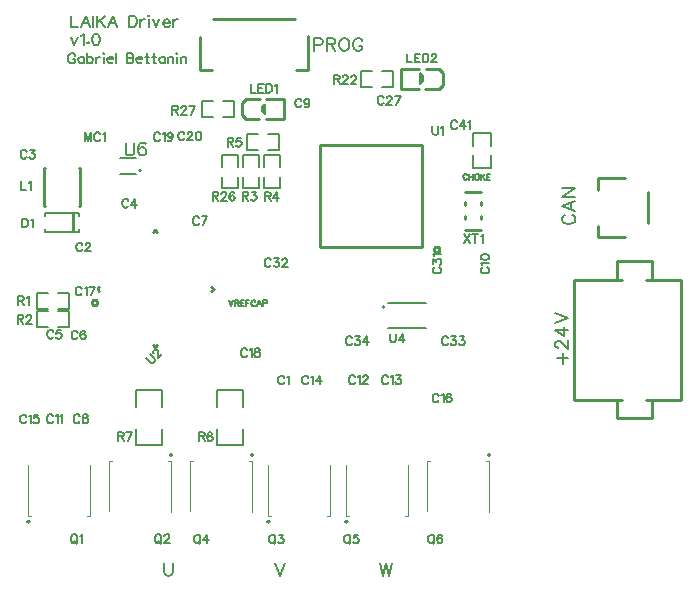
<source format=gto>
G04 Layer: TopSilkLayer*
G04 EasyEDA v6.4.17, 2021-03-02T09:49:47--3:00*
G04 75982556833f470fbfa1e054b907e15e,59636247558045d2802cba280e4ac9d9,10*
G04 Gerber Generator version 0.2*
G04 Scale: 100 percent, Rotated: No, Reflected: No *
G04 Dimensions in inches *
G04 leading zeros omitted , absolute positions ,3 integer and 6 decimal *
%FSLAX36Y36*%
%MOIN*%

%ADD10C,0.0100*%
%ADD51C,0.0079*%
%ADD52C,0.0059*%
%ADD53C,0.0047*%
%ADD54C,0.0060*%
%ADD55C,0.0051*%
%ADD56C,0.0059*%
%ADD57C,0.0080*%

%LPD*%
D57*
X-1160000Y670400D02*
G01*
X-1160000Y632200D01*
X-1160000Y632200D02*
G01*
X-1138200Y632200D01*
X-1111600Y670400D02*
G01*
X-1126200Y632200D01*
X-1111600Y670400D02*
G01*
X-1097100Y632200D01*
X-1120700Y644900D02*
G01*
X-1102500Y644900D01*
X-1085100Y670400D02*
G01*
X-1085100Y632200D01*
X-1073100Y670400D02*
G01*
X-1073100Y632200D01*
X-1047599Y670400D02*
G01*
X-1073100Y644900D01*
X-1064000Y654000D02*
G01*
X-1047599Y632200D01*
X-1021100Y670400D02*
G01*
X-1035600Y632200D01*
X-1021100Y670400D02*
G01*
X-1006500Y632200D01*
X-1030200Y644900D02*
G01*
X-1012000Y644900D01*
X-966500Y670400D02*
G01*
X-966500Y632200D01*
X-966500Y670400D02*
G01*
X-953800Y670400D01*
X-948400Y668500D01*
X-944700Y664900D01*
X-942899Y661300D01*
X-941100Y655800D01*
X-941100Y646700D01*
X-942899Y641300D01*
X-944700Y637600D01*
X-948400Y634000D01*
X-953800Y632200D01*
X-966500Y632200D01*
X-929100Y657600D02*
G01*
X-929100Y632200D01*
X-929100Y646700D02*
G01*
X-927299Y652200D01*
X-923600Y655800D01*
X-920000Y657600D01*
X-914500Y657600D01*
X-902500Y670400D02*
G01*
X-900699Y668500D01*
X-898900Y670400D01*
X-900699Y672200D01*
X-902500Y670400D01*
X-900699Y657600D02*
G01*
X-900699Y632200D01*
X-886900Y657600D02*
G01*
X-876000Y632200D01*
X-865100Y657600D02*
G01*
X-876000Y632200D01*
X-853100Y646700D02*
G01*
X-831300Y646700D01*
X-831300Y650400D01*
X-833100Y654000D01*
X-834900Y655800D01*
X-838500Y657600D01*
X-844000Y657600D01*
X-847600Y655800D01*
X-851300Y652200D01*
X-853100Y646700D01*
X-853100Y643100D01*
X-851300Y637600D01*
X-847600Y634000D01*
X-844000Y632200D01*
X-838500Y632200D01*
X-834900Y634000D01*
X-831300Y637600D01*
X-819300Y657600D02*
G01*
X-819300Y632200D01*
X-819300Y646700D02*
G01*
X-817500Y652200D01*
X-813800Y655800D01*
X-810200Y657600D01*
X-804700Y657600D01*
X-1160000Y597600D02*
G01*
X-1149100Y572200D01*
X-1138200Y597600D02*
G01*
X-1149100Y572200D01*
X-1126200Y603100D02*
G01*
X-1122500Y604900D01*
X-1117100Y610400D01*
X-1117100Y572200D01*
X-1103300Y581300D02*
G01*
X-1105100Y579500D01*
X-1103300Y577600D01*
X-1101500Y579500D01*
X-1103300Y581300D01*
X-1078500Y610400D02*
G01*
X-1084000Y608500D01*
X-1087600Y603100D01*
X-1089500Y594000D01*
X-1089500Y588500D01*
X-1087600Y579500D01*
X-1084000Y574000D01*
X-1078500Y572200D01*
X-1074900Y572200D01*
X-1069500Y574000D01*
X-1065800Y579500D01*
X-1064000Y588500D01*
X-1064000Y594000D01*
X-1065800Y603100D01*
X-1069500Y608500D01*
X-1074900Y610400D01*
X-1078500Y610400D01*
X-1146100Y537400D02*
G01*
X-1147700Y540500D01*
X-1150900Y543700D01*
X-1154100Y545300D01*
X-1160500Y545300D01*
X-1163600Y543700D01*
X-1166800Y540500D01*
X-1168400Y537400D01*
X-1170000Y532600D01*
X-1170000Y524599D01*
X-1168400Y519899D01*
X-1166800Y516700D01*
X-1163600Y513499D01*
X-1160500Y511900D01*
X-1154100Y511900D01*
X-1150900Y513499D01*
X-1147700Y516700D01*
X-1146100Y519899D01*
X-1146100Y524599D01*
X-1154100Y524599D02*
G01*
X-1146100Y524599D01*
X-1116500Y534200D02*
G01*
X-1116500Y511900D01*
X-1116500Y529400D02*
G01*
X-1119700Y532600D01*
X-1122900Y534200D01*
X-1127700Y534200D01*
X-1130900Y532600D01*
X-1134000Y529400D01*
X-1135600Y524599D01*
X-1135600Y521500D01*
X-1134000Y516700D01*
X-1130900Y513499D01*
X-1127700Y511900D01*
X-1122900Y511900D01*
X-1119700Y513499D01*
X-1116500Y516700D01*
X-1106000Y545300D02*
G01*
X-1106000Y511900D01*
X-1106000Y529400D02*
G01*
X-1102900Y532600D01*
X-1099700Y534200D01*
X-1094900Y534200D01*
X-1091700Y532600D01*
X-1088500Y529400D01*
X-1087000Y524599D01*
X-1087000Y521500D01*
X-1088500Y516700D01*
X-1091700Y513499D01*
X-1094900Y511900D01*
X-1099700Y511900D01*
X-1102900Y513499D01*
X-1106000Y516700D01*
X-1076500Y534200D02*
G01*
X-1076500Y511900D01*
X-1076500Y524599D02*
G01*
X-1074900Y529400D01*
X-1071700Y532600D01*
X-1068500Y534200D01*
X-1063700Y534200D01*
X-1053200Y545300D02*
G01*
X-1051600Y543700D01*
X-1050000Y545300D01*
X-1051600Y546900D01*
X-1053200Y545300D01*
X-1051600Y534200D02*
G01*
X-1051600Y511900D01*
X-1039500Y524599D02*
G01*
X-1020500Y524599D01*
X-1020500Y527800D01*
X-1022000Y531000D01*
X-1023600Y532600D01*
X-1026800Y534200D01*
X-1031600Y534200D01*
X-1034799Y532600D01*
X-1038000Y529400D01*
X-1039500Y524599D01*
X-1039500Y521500D01*
X-1038000Y516700D01*
X-1034799Y513499D01*
X-1031600Y511900D01*
X-1026800Y511900D01*
X-1023600Y513499D01*
X-1020500Y516700D01*
X-1010000Y545300D02*
G01*
X-1010000Y511900D01*
X-975000Y545300D02*
G01*
X-975000Y511900D01*
X-975000Y545300D02*
G01*
X-960600Y545300D01*
X-955900Y543700D01*
X-954300Y542099D01*
X-952700Y539000D01*
X-952700Y535800D01*
X-954300Y532600D01*
X-955900Y531000D01*
X-960600Y529400D01*
X-975000Y529400D02*
G01*
X-960600Y529400D01*
X-955900Y527800D01*
X-954300Y526200D01*
X-952700Y523000D01*
X-952700Y518300D01*
X-954300Y515100D01*
X-955900Y513499D01*
X-960600Y511900D01*
X-975000Y511900D01*
X-942200Y524599D02*
G01*
X-923100Y524599D01*
X-923100Y527800D01*
X-924700Y531000D01*
X-926300Y532600D01*
X-929500Y534200D01*
X-934200Y534200D01*
X-937400Y532600D01*
X-940600Y529400D01*
X-942200Y524599D01*
X-942200Y521500D01*
X-940600Y516700D01*
X-937400Y513499D01*
X-934200Y511900D01*
X-929500Y511900D01*
X-926300Y513499D01*
X-923100Y516700D01*
X-907800Y545300D02*
G01*
X-907800Y518300D01*
X-906200Y513499D01*
X-903000Y511900D01*
X-899900Y511900D01*
X-912599Y534200D02*
G01*
X-901500Y534200D01*
X-884600Y545300D02*
G01*
X-884600Y518300D01*
X-883000Y513499D01*
X-879799Y511900D01*
X-876600Y511900D01*
X-889400Y534200D02*
G01*
X-878199Y534200D01*
X-847000Y534200D02*
G01*
X-847000Y511900D01*
X-847000Y529400D02*
G01*
X-850200Y532600D01*
X-853400Y534200D01*
X-858199Y534200D01*
X-861400Y532600D01*
X-864500Y529400D01*
X-866100Y524599D01*
X-866100Y521500D01*
X-864500Y516700D01*
X-861400Y513499D01*
X-858199Y511900D01*
X-853400Y511900D01*
X-850200Y513499D01*
X-847000Y516700D01*
X-836500Y534200D02*
G01*
X-836500Y511900D01*
X-836500Y527800D02*
G01*
X-831800Y532600D01*
X-828600Y534200D01*
X-823800Y534200D01*
X-820600Y532600D01*
X-819000Y527800D01*
X-819000Y511900D01*
X-808500Y545300D02*
G01*
X-807000Y543700D01*
X-805399Y545300D01*
X-807000Y546900D01*
X-808500Y545300D01*
X-807000Y534200D02*
G01*
X-807000Y511900D01*
X-794900Y534200D02*
G01*
X-794900Y511900D01*
X-794900Y527800D02*
G01*
X-790100Y532600D01*
X-786900Y534200D01*
X-782100Y534200D01*
X-779000Y532600D01*
X-777400Y527800D01*
X-777400Y511900D01*
D54*
X488050Y6551D02*
G01*
X483949Y4451D01*
X479850Y350D01*
X477849Y-3648D01*
X477849Y-11848D01*
X479850Y-15948D01*
X483949Y-20048D01*
X488050Y-22149D01*
X494250Y-24148D01*
X504449Y-24148D01*
X510550Y-22149D01*
X514650Y-20048D01*
X518750Y-15948D01*
X520750Y-11848D01*
X520750Y-3648D01*
X518750Y350D01*
X514650Y4451D01*
X510550Y6551D01*
X477849Y36351D02*
G01*
X520750Y20050D01*
X477849Y36351D02*
G01*
X520750Y52751D01*
X506449Y26151D02*
G01*
X506449Y46650D01*
X477849Y66251D02*
G01*
X520750Y66251D01*
X477849Y66251D02*
G01*
X520750Y94851D01*
X477849Y94851D02*
G01*
X520750Y94851D01*
X161410Y138720D02*
G01*
X160409Y140520D01*
X158610Y142320D01*
X156809Y143220D01*
X153209Y143220D01*
X151410Y142320D01*
X149509Y140520D01*
X148610Y138720D01*
X147710Y135920D01*
X147710Y131420D01*
X148610Y128720D01*
X149509Y126920D01*
X151410Y125020D01*
X153209Y124119D01*
X156809Y124119D01*
X158610Y125020D01*
X160409Y126920D01*
X161410Y128720D01*
X167410Y143220D02*
G01*
X167410Y124119D01*
X180109Y143220D02*
G01*
X180109Y124119D01*
X167410Y134120D02*
G01*
X180109Y134120D01*
X191509Y143220D02*
G01*
X189710Y142320D01*
X187909Y140520D01*
X187009Y138720D01*
X186110Y135920D01*
X186110Y131420D01*
X187009Y128720D01*
X187909Y126920D01*
X189710Y125020D01*
X191509Y124119D01*
X195210Y124119D01*
X197009Y125020D01*
X198810Y126920D01*
X199710Y128720D01*
X200610Y131420D01*
X200610Y135920D01*
X199710Y138720D01*
X198810Y140520D01*
X197009Y142320D01*
X195210Y143220D01*
X191509Y143220D01*
X206610Y143220D02*
G01*
X206610Y124119D01*
X219410Y143220D02*
G01*
X206610Y130520D01*
X211209Y135020D02*
G01*
X219410Y124119D01*
X225409Y143220D02*
G01*
X225409Y124119D01*
X225409Y143220D02*
G01*
X237210Y143220D01*
X225409Y134120D02*
G01*
X232609Y134120D01*
X225409Y124119D02*
G01*
X237210Y124119D01*
X-1325290Y118419D02*
G01*
X-1325290Y89820D01*
X-1325290Y89820D02*
G01*
X-1308990Y89820D01*
X-1299990Y113020D02*
G01*
X-1297289Y114320D01*
X-1293190Y118419D01*
X-1293190Y89820D01*
X-560770Y442360D02*
G01*
X-560770Y413660D01*
X-560770Y413660D02*
G01*
X-544370Y413660D01*
X-535370Y442360D02*
G01*
X-535370Y413660D01*
X-535370Y442360D02*
G01*
X-517670Y442360D01*
X-535370Y428660D02*
G01*
X-524470Y428660D01*
X-535370Y413660D02*
G01*
X-517670Y413660D01*
X-508670Y442360D02*
G01*
X-508670Y413660D01*
X-508670Y442360D02*
G01*
X-499170Y442360D01*
X-495070Y440960D01*
X-492270Y438259D01*
X-490970Y435560D01*
X-489570Y431460D01*
X-489570Y424560D01*
X-490970Y420560D01*
X-492270Y417759D01*
X-495070Y415060D01*
X-499170Y413660D01*
X-508670Y413660D01*
X-480570Y436860D02*
G01*
X-477870Y438259D01*
X-473770Y442360D01*
X-473770Y413660D01*
X-39690Y543319D02*
G01*
X-39690Y514719D01*
X-39690Y514719D02*
G01*
X-23290Y514719D01*
X-14290Y543319D02*
G01*
X-14290Y514719D01*
X-14290Y543319D02*
G01*
X3410Y543319D01*
X-14290Y529720D02*
G01*
X-3389Y529720D01*
X-14290Y514719D02*
G01*
X3410Y514719D01*
X12409Y543319D02*
G01*
X12409Y514719D01*
X12409Y543319D02*
G01*
X21910Y543319D01*
X26009Y541919D01*
X28810Y539220D01*
X30110Y536520D01*
X31510Y532420D01*
X31510Y525620D01*
X30110Y521520D01*
X28810Y518720D01*
X26009Y516020D01*
X21910Y514719D01*
X12409Y514719D01*
X41910Y536520D02*
G01*
X41910Y537820D01*
X43209Y540620D01*
X44609Y541919D01*
X47310Y543319D01*
X52809Y543319D01*
X55510Y541919D01*
X56910Y540620D01*
X58209Y537820D01*
X58209Y535120D01*
X56910Y532420D01*
X54110Y528319D01*
X40510Y514719D01*
X59609Y514719D01*
X-350000Y595400D02*
G01*
X-350000Y552500D01*
X-350000Y595400D02*
G01*
X-331599Y595400D01*
X-325500Y593400D01*
X-323400Y591300D01*
X-321400Y587200D01*
X-321400Y581100D01*
X-323400Y577000D01*
X-325500Y575000D01*
X-331599Y572900D01*
X-350000Y572900D01*
X-307900Y595400D02*
G01*
X-307900Y552500D01*
X-307900Y595400D02*
G01*
X-289500Y595400D01*
X-283300Y593400D01*
X-281300Y591300D01*
X-279200Y587200D01*
X-279200Y583100D01*
X-281300Y579000D01*
X-283300Y577000D01*
X-289500Y575000D01*
X-307900Y575000D01*
X-293500Y575000D02*
G01*
X-279200Y552500D01*
X-253500Y595400D02*
G01*
X-257500Y593400D01*
X-261600Y589300D01*
X-263700Y585200D01*
X-265700Y579000D01*
X-265700Y568800D01*
X-263700Y562700D01*
X-261600Y558600D01*
X-257500Y554500D01*
X-253500Y552500D01*
X-245300Y552500D01*
X-241200Y554500D01*
X-237100Y558600D01*
X-235000Y562700D01*
X-233000Y568800D01*
X-233000Y579000D01*
X-235000Y585200D01*
X-237100Y589300D01*
X-241200Y593400D01*
X-245300Y595400D01*
X-253500Y595400D01*
X-188800Y585200D02*
G01*
X-190900Y589300D01*
X-195000Y593400D01*
X-199000Y595400D01*
X-207200Y595400D01*
X-211300Y593400D01*
X-215400Y589300D01*
X-217500Y585200D01*
X-219500Y579000D01*
X-219500Y568800D01*
X-217500Y562700D01*
X-215400Y558600D01*
X-211300Y554500D01*
X-207200Y552500D01*
X-199000Y552500D01*
X-195000Y554500D01*
X-190900Y558600D01*
X-188800Y562700D01*
X-188800Y568800D01*
X-199000Y568800D02*
G01*
X-188800Y568800D01*
X-1152600Y-1058900D02*
G01*
X-1155300Y-1060300D01*
X-1158100Y-1063000D01*
X-1159400Y-1065700D01*
X-1160800Y-1069800D01*
X-1160800Y-1076700D01*
X-1159400Y-1080700D01*
X-1158100Y-1083500D01*
X-1155300Y-1086200D01*
X-1152600Y-1087600D01*
X-1147200Y-1087600D01*
X-1144400Y-1086200D01*
X-1141700Y-1083500D01*
X-1140300Y-1080700D01*
X-1139000Y-1076700D01*
X-1139000Y-1069800D01*
X-1140300Y-1065700D01*
X-1141700Y-1063000D01*
X-1144400Y-1060300D01*
X-1147200Y-1058900D01*
X-1152600Y-1058900D01*
X-1148500Y-1082100D02*
G01*
X-1140300Y-1090300D01*
X-1130000Y-1064400D02*
G01*
X-1127300Y-1063000D01*
X-1123200Y-1058900D01*
X-1123200Y-1087600D01*
X-872599Y-1058900D02*
G01*
X-875300Y-1060300D01*
X-878100Y-1063000D01*
X-879400Y-1065700D01*
X-880800Y-1069800D01*
X-880800Y-1076700D01*
X-879400Y-1080700D01*
X-878100Y-1083500D01*
X-875300Y-1086200D01*
X-872599Y-1087600D01*
X-867200Y-1087600D01*
X-864400Y-1086200D01*
X-861700Y-1083500D01*
X-860300Y-1080700D01*
X-859000Y-1076700D01*
X-859000Y-1069800D01*
X-860300Y-1065700D01*
X-861700Y-1063000D01*
X-864400Y-1060300D01*
X-867200Y-1058900D01*
X-872599Y-1058900D01*
X-868500Y-1082100D02*
G01*
X-860300Y-1090300D01*
X-848600Y-1065700D02*
G01*
X-848600Y-1064400D01*
X-847300Y-1061700D01*
X-845900Y-1060300D01*
X-843199Y-1058900D01*
X-837700Y-1058900D01*
X-835000Y-1060300D01*
X-833600Y-1061700D01*
X-832300Y-1064400D01*
X-832300Y-1067100D01*
X-833600Y-1069800D01*
X-836300Y-1073900D01*
X-850000Y-1087600D01*
X-830900Y-1087600D01*
X-492200Y-1059300D02*
G01*
X-494900Y-1060700D01*
X-497699Y-1063400D01*
X-499000Y-1066100D01*
X-500400Y-1070200D01*
X-500400Y-1077100D01*
X-499000Y-1081100D01*
X-497699Y-1083900D01*
X-494900Y-1086600D01*
X-492200Y-1088000D01*
X-486800Y-1088000D01*
X-484000Y-1086600D01*
X-481300Y-1083900D01*
X-479900Y-1081100D01*
X-478600Y-1077100D01*
X-478600Y-1070200D01*
X-479900Y-1066100D01*
X-481300Y-1063400D01*
X-484000Y-1060700D01*
X-486800Y-1059300D01*
X-492200Y-1059300D01*
X-488100Y-1082500D02*
G01*
X-479900Y-1090700D01*
X-466900Y-1059300D02*
G01*
X-451900Y-1059300D01*
X-460000Y-1070200D01*
X-455900Y-1070200D01*
X-453200Y-1071600D01*
X-451900Y-1073000D01*
X-450500Y-1077100D01*
X-450500Y-1079800D01*
X-451900Y-1083900D01*
X-454600Y-1086600D01*
X-458700Y-1088000D01*
X-462800Y-1088000D01*
X-466900Y-1086600D01*
X-468200Y-1085200D01*
X-469600Y-1082500D01*
X-742200Y-1059300D02*
G01*
X-744900Y-1060700D01*
X-747700Y-1063400D01*
X-749000Y-1066100D01*
X-750399Y-1070200D01*
X-750399Y-1077100D01*
X-749000Y-1081100D01*
X-747700Y-1083900D01*
X-744900Y-1086600D01*
X-742200Y-1088000D01*
X-736800Y-1088000D01*
X-734000Y-1086600D01*
X-731300Y-1083900D01*
X-729900Y-1081100D01*
X-728600Y-1077100D01*
X-728600Y-1070200D01*
X-729900Y-1066100D01*
X-731300Y-1063400D01*
X-734000Y-1060700D01*
X-736800Y-1059300D01*
X-742200Y-1059300D01*
X-738100Y-1082500D02*
G01*
X-729900Y-1090700D01*
X-705900Y-1059300D02*
G01*
X-719600Y-1078400D01*
X-699100Y-1078400D01*
X-705900Y-1059300D02*
G01*
X-705900Y-1088000D01*
X-242200Y-1059300D02*
G01*
X-244899Y-1060700D01*
X-247700Y-1063400D01*
X-249000Y-1066100D01*
X-250400Y-1070200D01*
X-250400Y-1077100D01*
X-249000Y-1081100D01*
X-247700Y-1083900D01*
X-244899Y-1086600D01*
X-242200Y-1088000D01*
X-236800Y-1088000D01*
X-234000Y-1086600D01*
X-231300Y-1083900D01*
X-229900Y-1081100D01*
X-228600Y-1077100D01*
X-228600Y-1070200D01*
X-229900Y-1066100D01*
X-231300Y-1063400D01*
X-234000Y-1060700D01*
X-236800Y-1059300D01*
X-242200Y-1059300D01*
X-238100Y-1082500D02*
G01*
X-229900Y-1090700D01*
X-203200Y-1059300D02*
G01*
X-216899Y-1059300D01*
X-218200Y-1071600D01*
X-216899Y-1070200D01*
X-212800Y-1068900D01*
X-208699Y-1068900D01*
X-204600Y-1070200D01*
X-201899Y-1073000D01*
X-200499Y-1077100D01*
X-200499Y-1079800D01*
X-201899Y-1083900D01*
X-204600Y-1086600D01*
X-208699Y-1088000D01*
X-212800Y-1088000D01*
X-216899Y-1086600D01*
X-218200Y-1085200D01*
X-219600Y-1082500D01*
X37800Y-1059300D02*
G01*
X35099Y-1060700D01*
X32299Y-1063400D01*
X31000Y-1066100D01*
X29600Y-1070200D01*
X29600Y-1077100D01*
X31000Y-1081100D01*
X32299Y-1083900D01*
X35099Y-1086600D01*
X37800Y-1088000D01*
X43200Y-1088000D01*
X46000Y-1086600D01*
X48699Y-1083900D01*
X50099Y-1081100D01*
X51400Y-1077100D01*
X51400Y-1070200D01*
X50099Y-1066100D01*
X48699Y-1063400D01*
X46000Y-1060700D01*
X43200Y-1059300D01*
X37800Y-1059300D01*
X41899Y-1082500D02*
G01*
X50099Y-1090700D01*
X76800Y-1063400D02*
G01*
X75399Y-1060700D01*
X71300Y-1059300D01*
X68600Y-1059300D01*
X64500Y-1060700D01*
X61800Y-1064800D01*
X60399Y-1071600D01*
X60399Y-1078400D01*
X61800Y-1083900D01*
X64500Y-1086600D01*
X68600Y-1088000D01*
X70000Y-1088000D01*
X74099Y-1086600D01*
X76800Y-1083900D01*
X78100Y-1079800D01*
X78100Y-1078400D01*
X76800Y-1074300D01*
X74099Y-1071600D01*
X70000Y-1070200D01*
X68600Y-1070200D01*
X64500Y-1071600D01*
X61800Y-1074300D01*
X60399Y-1078400D01*
X-588180Y82340D02*
G01*
X-588180Y53639D01*
X-588180Y82340D02*
G01*
X-575880Y82340D01*
X-571780Y80940D01*
X-570480Y79540D01*
X-569080Y76839D01*
X-569080Y74140D01*
X-570480Y71439D01*
X-571780Y70039D01*
X-575880Y68639D01*
X-588180Y68639D01*
X-578680Y68639D02*
G01*
X-569080Y53639D01*
X-557380Y82340D02*
G01*
X-542380Y82340D01*
X-550580Y71439D01*
X-546480Y71439D01*
X-543680Y70039D01*
X-542380Y68639D01*
X-540980Y64540D01*
X-540980Y61839D01*
X-542380Y57740D01*
X-545080Y55039D01*
X-549180Y53639D01*
X-553280Y53639D01*
X-557380Y55039D01*
X-558680Y56439D01*
X-560080Y59140D01*
X-514090Y81319D02*
G01*
X-514090Y52620D01*
X-514090Y81319D02*
G01*
X-501790Y81319D01*
X-497690Y79919D01*
X-496390Y78519D01*
X-494990Y75820D01*
X-494990Y73119D01*
X-496390Y70420D01*
X-497690Y69020D01*
X-501790Y67620D01*
X-514090Y67620D01*
X-504590Y67620D02*
G01*
X-494990Y52620D01*
X-472390Y81319D02*
G01*
X-485990Y62220D01*
X-465590Y62220D01*
X-472390Y81319D02*
G01*
X-472390Y52620D01*
X-638180Y262340D02*
G01*
X-638180Y233639D01*
X-638180Y262340D02*
G01*
X-625880Y262340D01*
X-621780Y260940D01*
X-620480Y259540D01*
X-619080Y256839D01*
X-619080Y254140D01*
X-620480Y251439D01*
X-621780Y250039D01*
X-625880Y248639D01*
X-638180Y248639D01*
X-628680Y248639D02*
G01*
X-619080Y233639D01*
X-593680Y262340D02*
G01*
X-607380Y262340D01*
X-608680Y250039D01*
X-607380Y251439D01*
X-603280Y252740D01*
X-599180Y252740D01*
X-595080Y251439D01*
X-592380Y248639D01*
X-590980Y244540D01*
X-590980Y241839D01*
X-592380Y237740D01*
X-595080Y235039D01*
X-599180Y233639D01*
X-603280Y233639D01*
X-607380Y235039D01*
X-608680Y236439D01*
X-610080Y239140D01*
X-734089Y-718680D02*
G01*
X-734089Y-747380D01*
X-734089Y-718680D02*
G01*
X-721790Y-718680D01*
X-717690Y-720080D01*
X-716390Y-721480D01*
X-714990Y-724180D01*
X-714990Y-726880D01*
X-716390Y-729580D01*
X-717690Y-730980D01*
X-721790Y-732380D01*
X-734089Y-732380D01*
X-724590Y-732380D02*
G01*
X-714990Y-747380D01*
X-689590Y-722779D02*
G01*
X-690990Y-720080D01*
X-695090Y-718680D01*
X-697790Y-718680D01*
X-701889Y-720080D01*
X-704590Y-724180D01*
X-705990Y-730980D01*
X-705990Y-737779D01*
X-704590Y-743280D01*
X-701889Y-745980D01*
X-697790Y-747380D01*
X-696490Y-747380D01*
X-692390Y-745980D01*
X-689590Y-743280D01*
X-688290Y-739180D01*
X-688290Y-737779D01*
X-689590Y-733680D01*
X-692390Y-730980D01*
X-696490Y-729580D01*
X-697790Y-729580D01*
X-701889Y-730980D01*
X-704590Y-733680D01*
X-705990Y-737779D01*
X-1004089Y-718680D02*
G01*
X-1004089Y-747380D01*
X-1004089Y-718680D02*
G01*
X-991790Y-718680D01*
X-987690Y-720080D01*
X-986390Y-721480D01*
X-984990Y-724180D01*
X-984990Y-726880D01*
X-986390Y-729580D01*
X-987690Y-730980D01*
X-991790Y-732380D01*
X-1004089Y-732380D01*
X-994590Y-732380D02*
G01*
X-984990Y-747380D01*
X-956889Y-718680D02*
G01*
X-970590Y-747380D01*
X-975989Y-718680D02*
G01*
X-956889Y-718680D01*
X-284090Y471320D02*
G01*
X-284090Y442620D01*
X-284090Y471320D02*
G01*
X-271790Y471320D01*
X-267690Y469920D01*
X-266390Y468520D01*
X-264990Y465819D01*
X-264990Y463120D01*
X-266390Y460420D01*
X-267690Y459020D01*
X-271790Y457620D01*
X-284090Y457620D01*
X-274590Y457620D02*
G01*
X-264990Y442620D01*
X-254590Y464520D02*
G01*
X-254590Y465819D01*
X-253290Y468520D01*
X-251890Y469920D01*
X-249190Y471320D01*
X-243690Y471320D01*
X-240990Y469920D01*
X-239590Y468520D01*
X-238290Y465819D01*
X-238290Y463120D01*
X-239590Y460420D01*
X-242390Y456320D01*
X-255990Y442620D01*
X-236890Y442620D01*
X-226590Y464520D02*
G01*
X-226590Y465819D01*
X-225189Y468520D01*
X-223789Y469920D01*
X-221090Y471320D01*
X-215589Y471320D01*
X-212890Y469920D01*
X-211590Y468520D01*
X-210189Y465819D01*
X-210189Y463120D01*
X-211590Y460420D01*
X-214290Y456320D01*
X-227890Y442620D01*
X-208789Y442620D01*
X150210Y-58679D02*
G01*
X169210Y-87380D01*
X169210Y-58679D02*
G01*
X150210Y-87380D01*
X187810Y-58679D02*
G01*
X187810Y-87380D01*
X178209Y-58679D02*
G01*
X197309Y-58679D01*
X206310Y-64179D02*
G01*
X209110Y-62779D01*
X213209Y-58679D01*
X213209Y-87380D01*
X44099Y301599D02*
G01*
X44099Y281100D01*
X45499Y277000D01*
X48200Y274300D01*
X52299Y273000D01*
X55000Y273000D01*
X59099Y274300D01*
X61800Y277000D01*
X63200Y281100D01*
X63200Y301599D01*
X72199Y296100D02*
G01*
X74900Y297500D01*
X78999Y301599D01*
X78999Y273000D01*
X-910287Y-471167D02*
G01*
X-895861Y-485592D01*
X-891973Y-487501D01*
X-888084Y-487572D01*
X-884266Y-485592D01*
X-882356Y-483683D01*
X-880376Y-479865D01*
X-880447Y-475974D01*
X-882356Y-472086D01*
X-896781Y-457661D01*
X-884619Y-455116D02*
G01*
X-885609Y-454126D01*
X-886598Y-451297D01*
X-886598Y-449317D01*
X-885609Y-446489D01*
X-881720Y-442600D01*
X-878892Y-441610D01*
X-876912Y-441610D01*
X-874083Y-442600D01*
X-872102Y-444580D01*
X-871113Y-447408D01*
X-870193Y-452287D01*
X-870193Y-471521D01*
X-856688Y-458015D01*
X-96319Y-390340D02*
G01*
X-96319Y-410840D01*
X-94919Y-414940D01*
X-92220Y-417639D01*
X-88119Y-418940D01*
X-85420Y-418940D01*
X-81319Y-417639D01*
X-78620Y-414940D01*
X-77220Y-410840D01*
X-77220Y-390340D01*
X-54620Y-390340D02*
G01*
X-68220Y-409440D01*
X-47719Y-409440D01*
X-54620Y-390340D02*
G01*
X-54620Y-418940D01*
X-978180Y247445D02*
G01*
X-978180Y216745D01*
X-976180Y210645D01*
X-972080Y206545D01*
X-965879Y204545D01*
X-961780Y204545D01*
X-955680Y206545D01*
X-951580Y210645D01*
X-949580Y216745D01*
X-949580Y247445D01*
X-911480Y241345D02*
G01*
X-913580Y245445D01*
X-919680Y247445D01*
X-923780Y247445D01*
X-929880Y245445D01*
X-933980Y239245D01*
X-936080Y229045D01*
X-936080Y218845D01*
X-933980Y210645D01*
X-929880Y206545D01*
X-923780Y204545D01*
X-921680Y204545D01*
X-915579Y206545D01*
X-911480Y210645D01*
X-909480Y216745D01*
X-909480Y218845D01*
X-911480Y224945D01*
X-915579Y229045D01*
X-921680Y231045D01*
X-923780Y231045D01*
X-929880Y229045D01*
X-933980Y224945D01*
X-936080Y218845D01*
X-850000Y-1154600D02*
G01*
X-850000Y-1185300D01*
X-848000Y-1191400D01*
X-843900Y-1195500D01*
X-837700Y-1197500D01*
X-833600Y-1197500D01*
X-827500Y-1195500D01*
X-823400Y-1191400D01*
X-821400Y-1185300D01*
X-821400Y-1154600D01*
X-480000Y-1154600D02*
G01*
X-463600Y-1197500D01*
X-447300Y-1154600D02*
G01*
X-463600Y-1197500D01*
X-130000Y-1154600D02*
G01*
X-119799Y-1197500D01*
X-109500Y-1154600D02*
G01*
X-119799Y-1197500D01*
X-109500Y-1154600D02*
G01*
X-99300Y-1197500D01*
X-89099Y-1154600D02*
G01*
X-99300Y-1197500D01*
X-449500Y-536500D02*
G01*
X-450900Y-533800D01*
X-453600Y-531100D01*
X-456400Y-529700D01*
X-461800Y-529700D01*
X-464500Y-531100D01*
X-467300Y-533800D01*
X-468600Y-536500D01*
X-470000Y-540600D01*
X-470000Y-547500D01*
X-468600Y-551500D01*
X-467300Y-554300D01*
X-464500Y-557000D01*
X-461800Y-558400D01*
X-456400Y-558400D01*
X-453600Y-557000D01*
X-450900Y-554300D01*
X-449500Y-551500D01*
X-440500Y-535200D02*
G01*
X-437800Y-533800D01*
X-433700Y-529700D01*
X-433700Y-558400D01*
X-1121770Y-93440D02*
G01*
X-1123170Y-90740D01*
X-1125870Y-88039D01*
X-1128670Y-86640D01*
X-1134070Y-86640D01*
X-1136770Y-88039D01*
X-1139570Y-90740D01*
X-1140870Y-93440D01*
X-1142270Y-97540D01*
X-1142270Y-104439D01*
X-1140870Y-108440D01*
X-1139570Y-111240D01*
X-1136770Y-113940D01*
X-1134070Y-115340D01*
X-1128670Y-115340D01*
X-1125870Y-113940D01*
X-1123170Y-111240D01*
X-1121770Y-108440D01*
X-1111470Y-93440D02*
G01*
X-1111470Y-92139D01*
X-1110070Y-89439D01*
X-1108770Y-88039D01*
X-1105970Y-86640D01*
X-1100570Y-86640D01*
X-1097770Y-88039D01*
X-1096470Y-89439D01*
X-1095070Y-92139D01*
X-1095070Y-94840D01*
X-1096470Y-97540D01*
X-1099170Y-101640D01*
X-1112770Y-115340D01*
X-1093770Y-115340D01*
X-1307690Y215520D02*
G01*
X-1309090Y218220D01*
X-1311790Y220920D01*
X-1314590Y222320D01*
X-1319990Y222320D01*
X-1322690Y220920D01*
X-1325490Y218220D01*
X-1326790Y215520D01*
X-1328190Y211420D01*
X-1328190Y204620D01*
X-1326790Y200520D01*
X-1325490Y197719D01*
X-1322690Y195020D01*
X-1319990Y193720D01*
X-1314590Y193720D01*
X-1311790Y195020D01*
X-1309090Y197719D01*
X-1307690Y200520D01*
X-1295990Y222320D02*
G01*
X-1280990Y222320D01*
X-1289189Y211420D01*
X-1285090Y211420D01*
X-1282390Y210020D01*
X-1280990Y208720D01*
X-1279590Y204620D01*
X-1279590Y201820D01*
X-1280990Y197719D01*
X-1283690Y195020D01*
X-1287790Y193720D01*
X-1291890Y193720D01*
X-1295990Y195020D01*
X-1297390Y196420D01*
X-1298690Y199120D01*
X-968390Y52419D02*
G01*
X-969790Y55120D01*
X-972490Y57819D01*
X-975190Y59219D01*
X-980690Y59219D01*
X-983390Y57819D01*
X-986090Y55120D01*
X-987490Y52419D01*
X-988789Y48320D01*
X-988789Y41419D01*
X-987490Y37420D01*
X-986090Y34620D01*
X-983390Y31920D01*
X-980690Y30519D01*
X-975190Y30519D01*
X-972490Y31920D01*
X-969790Y34620D01*
X-968390Y37420D01*
X-945790Y59219D02*
G01*
X-959389Y40120D01*
X-938890Y40120D01*
X-945790Y59219D02*
G01*
X-945790Y30519D01*
X-1218893Y-384252D02*
G01*
X-1220293Y-381552D01*
X-1222993Y-378852D01*
X-1225793Y-377451D01*
X-1231193Y-377451D01*
X-1233893Y-378853D01*
X-1236693Y-381552D01*
X-1237993Y-384252D01*
X-1239393Y-388352D01*
X-1239393Y-395252D01*
X-1237993Y-399253D01*
X-1236693Y-402052D01*
X-1233893Y-404753D01*
X-1231193Y-406152D01*
X-1225793Y-406152D01*
X-1222993Y-404752D01*
X-1220293Y-402052D01*
X-1218893Y-399252D01*
X-1193593Y-377451D02*
G01*
X-1207193Y-377453D01*
X-1208593Y-389752D01*
X-1207193Y-388352D01*
X-1203093Y-387052D01*
X-1198993Y-387052D01*
X-1194894Y-388352D01*
X-1192194Y-391152D01*
X-1190893Y-395252D01*
X-1190893Y-397952D01*
X-1192193Y-402052D01*
X-1194893Y-404752D01*
X-1198993Y-406153D01*
X-1203093Y-406153D01*
X-1207193Y-404753D01*
X-1208593Y-403353D01*
X-1209893Y-400652D01*
X-1137628Y-386577D02*
G01*
X-1139028Y-383877D01*
X-1141728Y-381177D01*
X-1144528Y-379777D01*
X-1149928Y-379777D01*
X-1152628Y-381178D01*
X-1155428Y-383877D01*
X-1156728Y-386577D01*
X-1158128Y-390677D01*
X-1158128Y-397577D01*
X-1156728Y-401578D01*
X-1155428Y-404377D01*
X-1152628Y-407078D01*
X-1149928Y-408477D01*
X-1144528Y-408477D01*
X-1141728Y-407077D01*
X-1139028Y-404377D01*
X-1137628Y-401577D01*
X-1112328Y-383877D02*
G01*
X-1113628Y-381177D01*
X-1117728Y-379778D01*
X-1120528Y-379777D01*
X-1124628Y-381178D01*
X-1127328Y-385276D01*
X-1128628Y-392077D01*
X-1128628Y-398877D01*
X-1127329Y-404377D01*
X-1124628Y-407078D01*
X-1120528Y-408477D01*
X-1119128Y-408477D01*
X-1115028Y-407077D01*
X-1112328Y-404377D01*
X-1110928Y-400276D01*
X-1110928Y-398877D01*
X-1112328Y-394777D01*
X-1115029Y-392077D01*
X-1119128Y-390677D01*
X-1120528Y-390677D01*
X-1124628Y-392077D01*
X-1127328Y-394777D01*
X-1128628Y-398877D01*
X-733590Y-5479D02*
G01*
X-734990Y-2779D01*
X-737690Y-79D01*
X-740490Y1320D01*
X-745890Y1320D01*
X-748590Y-79D01*
X-751390Y-2779D01*
X-752690Y-5479D01*
X-754089Y-9579D01*
X-754089Y-16479D01*
X-752690Y-20479D01*
X-751390Y-23279D01*
X-748590Y-25979D01*
X-745890Y-27379D01*
X-740490Y-27379D01*
X-737690Y-25979D01*
X-734990Y-23279D01*
X-733590Y-20479D01*
X-705590Y1320D02*
G01*
X-719190Y-27379D01*
X-724590Y1320D02*
G01*
X-705590Y1320D01*
X-1130700Y-665300D02*
G01*
X-1132100Y-662599D01*
X-1134800Y-659900D01*
X-1137600Y-658500D01*
X-1143000Y-658500D01*
X-1145700Y-659900D01*
X-1148500Y-662599D01*
X-1149800Y-665300D01*
X-1151200Y-669400D01*
X-1151200Y-676300D01*
X-1149800Y-680300D01*
X-1148500Y-683100D01*
X-1145700Y-685800D01*
X-1143000Y-687200D01*
X-1137600Y-687200D01*
X-1134800Y-685800D01*
X-1132100Y-683100D01*
X-1130700Y-680300D01*
X-1114900Y-658500D02*
G01*
X-1119000Y-659900D01*
X-1120400Y-662599D01*
X-1120400Y-665300D01*
X-1119000Y-668100D01*
X-1116300Y-669400D01*
X-1110800Y-670800D01*
X-1106700Y-672200D01*
X-1104000Y-674900D01*
X-1102700Y-677599D01*
X-1102700Y-681700D01*
X-1104000Y-684400D01*
X-1105400Y-685800D01*
X-1109500Y-687200D01*
X-1114900Y-687200D01*
X-1119000Y-685800D01*
X-1120400Y-684400D01*
X-1121700Y-681700D01*
X-1121700Y-677599D01*
X-1120400Y-674900D01*
X-1117700Y-672200D01*
X-1113600Y-670800D01*
X-1108100Y-669400D01*
X-1105400Y-668100D01*
X-1104000Y-665300D01*
X-1104000Y-662599D01*
X-1105400Y-659900D01*
X-1109500Y-658500D01*
X-1114900Y-658500D01*
X-391780Y386539D02*
G01*
X-393180Y389240D01*
X-395880Y391940D01*
X-398680Y393340D01*
X-404080Y393340D01*
X-406780Y391940D01*
X-409580Y389240D01*
X-410880Y386539D01*
X-412280Y382440D01*
X-412280Y375639D01*
X-410880Y371539D01*
X-409580Y368740D01*
X-406780Y366040D01*
X-404080Y364739D01*
X-398680Y364739D01*
X-395880Y366040D01*
X-393180Y368740D01*
X-391780Y371539D01*
X-365079Y383739D02*
G01*
X-366479Y379740D01*
X-369180Y376940D01*
X-373280Y375639D01*
X-374680Y375639D01*
X-378679Y376940D01*
X-381479Y379740D01*
X-382780Y383739D01*
X-382780Y385139D01*
X-381479Y389240D01*
X-378679Y391940D01*
X-374680Y393340D01*
X-373280Y393340D01*
X-369180Y391940D01*
X-366479Y389240D01*
X-365079Y383739D01*
X-365079Y376940D01*
X-366479Y370139D01*
X-369180Y366040D01*
X-373280Y364739D01*
X-375980Y364739D01*
X-380079Y366040D01*
X-381479Y368740D01*
X212410Y-168480D02*
G01*
X209710Y-169880D01*
X207009Y-172580D01*
X205610Y-175380D01*
X205610Y-180780D01*
X207009Y-183480D01*
X209710Y-186280D01*
X212410Y-187580D01*
X216509Y-188980D01*
X223409Y-188980D01*
X227410Y-187580D01*
X230210Y-186280D01*
X232909Y-183480D01*
X234309Y-180780D01*
X234309Y-175380D01*
X232909Y-172580D01*
X230210Y-169880D01*
X227410Y-168480D01*
X211110Y-159480D02*
G01*
X209710Y-156780D01*
X205610Y-152680D01*
X234309Y-152680D01*
X205610Y-135480D02*
G01*
X207009Y-139580D01*
X211110Y-142380D01*
X217909Y-143680D01*
X222009Y-143680D01*
X228810Y-142380D01*
X232909Y-139580D01*
X234309Y-135480D01*
X234309Y-132780D01*
X232909Y-128680D01*
X228810Y-125980D01*
X222009Y-124580D01*
X217909Y-124580D01*
X211110Y-125980D01*
X207009Y-128680D01*
X205610Y-132780D01*
X205610Y-135480D01*
X-1220300Y-665699D02*
G01*
X-1221700Y-663000D01*
X-1224400Y-660300D01*
X-1227200Y-658900D01*
X-1232600Y-658900D01*
X-1235300Y-660300D01*
X-1238100Y-663000D01*
X-1239400Y-665699D01*
X-1240800Y-669799D01*
X-1240800Y-676700D01*
X-1239400Y-680699D01*
X-1238100Y-683500D01*
X-1235300Y-686200D01*
X-1232600Y-687599D01*
X-1227200Y-687599D01*
X-1224400Y-686200D01*
X-1221700Y-683500D01*
X-1220300Y-680699D01*
X-1211300Y-664400D02*
G01*
X-1208600Y-663000D01*
X-1204500Y-658900D01*
X-1204500Y-687599D01*
X-1195500Y-664400D02*
G01*
X-1192800Y-663000D01*
X-1188700Y-658900D01*
X-1188700Y-687599D01*
X-213590Y-535480D02*
G01*
X-214990Y-532780D01*
X-217689Y-530080D01*
X-220490Y-528680D01*
X-225890Y-528680D01*
X-228590Y-530080D01*
X-231390Y-532780D01*
X-232689Y-535480D01*
X-234090Y-539580D01*
X-234090Y-546480D01*
X-232689Y-550480D01*
X-231390Y-553280D01*
X-228590Y-555980D01*
X-225890Y-557380D01*
X-220490Y-557380D01*
X-217689Y-555980D01*
X-214990Y-553280D01*
X-213590Y-550480D01*
X-204590Y-534180D02*
G01*
X-201890Y-532780D01*
X-197790Y-528680D01*
X-197790Y-557380D01*
X-187490Y-535480D02*
G01*
X-187490Y-534180D01*
X-186090Y-531480D01*
X-184690Y-530080D01*
X-181989Y-528680D01*
X-176590Y-528680D01*
X-173789Y-530080D01*
X-172490Y-531480D01*
X-171090Y-534180D01*
X-171090Y-536880D01*
X-172490Y-539580D01*
X-175189Y-543680D01*
X-188789Y-557380D01*
X-169690Y-557380D01*
X-103590Y-535480D02*
G01*
X-104990Y-532780D01*
X-107689Y-530080D01*
X-110490Y-528680D01*
X-115889Y-528680D01*
X-118590Y-530080D01*
X-121390Y-532780D01*
X-122689Y-535480D01*
X-124089Y-539580D01*
X-124089Y-546480D01*
X-122689Y-550480D01*
X-121390Y-553280D01*
X-118590Y-555980D01*
X-115889Y-557380D01*
X-110490Y-557380D01*
X-107689Y-555980D01*
X-104990Y-553280D01*
X-103590Y-550480D01*
X-94590Y-534180D02*
G01*
X-91890Y-532780D01*
X-87790Y-528680D01*
X-87790Y-557380D01*
X-76090Y-528680D02*
G01*
X-61090Y-528680D01*
X-69290Y-539580D01*
X-65189Y-539580D01*
X-62490Y-540980D01*
X-61090Y-542380D01*
X-59690Y-546480D01*
X-59690Y-549180D01*
X-61090Y-553280D01*
X-63789Y-555980D01*
X-67890Y-557380D01*
X-71989Y-557380D01*
X-76090Y-555980D01*
X-77490Y-554580D01*
X-78789Y-551880D01*
X-369500Y-536500D02*
G01*
X-370900Y-533800D01*
X-373600Y-531100D01*
X-376400Y-529700D01*
X-381800Y-529700D01*
X-384500Y-531100D01*
X-387300Y-533800D01*
X-388600Y-536500D01*
X-390000Y-540600D01*
X-390000Y-547500D01*
X-388600Y-551500D01*
X-387300Y-554300D01*
X-384500Y-557000D01*
X-381800Y-558400D01*
X-376400Y-558400D01*
X-373600Y-557000D01*
X-370900Y-554300D01*
X-369500Y-551500D01*
X-360500Y-535200D02*
G01*
X-357800Y-533800D01*
X-353700Y-529700D01*
X-353700Y-558400D01*
X-331100Y-529700D02*
G01*
X-344700Y-548800D01*
X-324300Y-548800D01*
X-331100Y-529700D02*
G01*
X-331100Y-558400D01*
X-1309900Y-666100D02*
G01*
X-1311300Y-663400D01*
X-1314000Y-660699D01*
X-1316800Y-659300D01*
X-1322200Y-659300D01*
X-1324900Y-660699D01*
X-1327699Y-663400D01*
X-1329000Y-666100D01*
X-1330400Y-670200D01*
X-1330400Y-677100D01*
X-1329000Y-681100D01*
X-1327699Y-683900D01*
X-1324900Y-686600D01*
X-1322200Y-688000D01*
X-1316800Y-688000D01*
X-1314000Y-686600D01*
X-1311300Y-683900D01*
X-1309900Y-681100D01*
X-1300900Y-664799D02*
G01*
X-1298200Y-663400D01*
X-1294100Y-659300D01*
X-1294100Y-688000D01*
X-1268800Y-659300D02*
G01*
X-1282400Y-659300D01*
X-1283800Y-671600D01*
X-1282400Y-670200D01*
X-1278300Y-668900D01*
X-1274200Y-668900D01*
X-1270100Y-670200D01*
X-1267400Y-673000D01*
X-1266000Y-677100D01*
X-1266000Y-679799D01*
X-1267400Y-683900D01*
X-1270100Y-686600D01*
X-1274200Y-688000D01*
X-1278300Y-688000D01*
X-1282400Y-686600D01*
X-1283800Y-685200D01*
X-1285100Y-682500D01*
X65940Y-596794D02*
G01*
X64540Y-594094D01*
X61839Y-591394D01*
X59040Y-589994D01*
X53639Y-589994D01*
X50940Y-591394D01*
X48140Y-594094D01*
X46839Y-596794D01*
X45439Y-600894D01*
X45439Y-607794D01*
X46839Y-611794D01*
X48140Y-614594D01*
X50940Y-617294D01*
X53639Y-618694D01*
X59040Y-618694D01*
X61839Y-617294D01*
X64540Y-614594D01*
X65940Y-611794D01*
X74940Y-595494D02*
G01*
X77640Y-594094D01*
X81740Y-589994D01*
X81740Y-618694D01*
X107039Y-594094D02*
G01*
X105739Y-591394D01*
X101640Y-589994D01*
X98940Y-589994D01*
X94839Y-591394D01*
X92039Y-595494D01*
X90739Y-602294D01*
X90739Y-609094D01*
X92039Y-614594D01*
X94839Y-617294D01*
X98940Y-618694D01*
X100240Y-618694D01*
X104339Y-617294D01*
X107039Y-614594D01*
X108439Y-610494D01*
X108439Y-609094D01*
X107039Y-604994D01*
X104339Y-602294D01*
X100240Y-600894D01*
X98940Y-600894D01*
X94839Y-602294D01*
X92039Y-604994D01*
X90739Y-609094D01*
X-1124040Y-240380D02*
G01*
X-1125440Y-237680D01*
X-1128140Y-234980D01*
X-1130940Y-233580D01*
X-1136340Y-233580D01*
X-1139040Y-234980D01*
X-1141840Y-237680D01*
X-1143140Y-240380D01*
X-1144540Y-244480D01*
X-1144540Y-251379D01*
X-1143140Y-255380D01*
X-1141840Y-258180D01*
X-1139040Y-260880D01*
X-1136340Y-262280D01*
X-1130940Y-262280D01*
X-1128140Y-260880D01*
X-1125440Y-258180D01*
X-1124040Y-255380D01*
X-1115040Y-239080D02*
G01*
X-1112340Y-237680D01*
X-1108240Y-233580D01*
X-1108240Y-262280D01*
X-1080140Y-233580D02*
G01*
X-1093840Y-262280D01*
X-1099240Y-233580D02*
G01*
X-1080140Y-233580D01*
X-573590Y-445480D02*
G01*
X-574990Y-442780D01*
X-577690Y-440079D01*
X-580490Y-438679D01*
X-585890Y-438679D01*
X-588590Y-440079D01*
X-591390Y-442780D01*
X-592690Y-445480D01*
X-594090Y-449580D01*
X-594090Y-456479D01*
X-592690Y-460480D01*
X-591390Y-463280D01*
X-588590Y-465980D01*
X-585890Y-467380D01*
X-580490Y-467380D01*
X-577690Y-465980D01*
X-574990Y-463280D01*
X-573590Y-460480D01*
X-564590Y-444180D02*
G01*
X-561890Y-442780D01*
X-557790Y-438679D01*
X-557790Y-467380D01*
X-541990Y-438679D02*
G01*
X-546090Y-440079D01*
X-547490Y-442780D01*
X-547490Y-445480D01*
X-546090Y-448280D01*
X-543390Y-449580D01*
X-537890Y-450980D01*
X-533790Y-452380D01*
X-531090Y-455079D01*
X-529690Y-457780D01*
X-529690Y-461880D01*
X-531090Y-464580D01*
X-532490Y-465980D01*
X-536590Y-467380D01*
X-541990Y-467380D01*
X-546090Y-465980D01*
X-547490Y-464580D01*
X-548790Y-461880D01*
X-548790Y-457780D01*
X-547490Y-455079D01*
X-544690Y-452380D01*
X-540590Y-450980D01*
X-535190Y-449580D01*
X-532490Y-448280D01*
X-531090Y-445480D01*
X-531090Y-442780D01*
X-532490Y-440079D01*
X-536590Y-438679D01*
X-541990Y-438679D01*
X-863590Y274520D02*
G01*
X-864990Y277220D01*
X-867690Y279920D01*
X-870490Y281320D01*
X-875890Y281320D01*
X-878590Y279920D01*
X-881390Y277220D01*
X-882690Y274520D01*
X-884089Y270420D01*
X-884089Y263519D01*
X-882690Y259519D01*
X-881390Y256719D01*
X-878590Y254020D01*
X-875890Y252620D01*
X-870490Y252620D01*
X-867690Y254020D01*
X-864990Y256719D01*
X-863590Y259519D01*
X-854590Y275820D02*
G01*
X-851889Y277220D01*
X-847790Y281320D01*
X-847790Y252620D01*
X-821090Y271719D02*
G01*
X-822490Y267620D01*
X-825190Y264920D01*
X-829290Y263519D01*
X-830590Y263519D01*
X-834689Y264920D01*
X-837490Y267620D01*
X-838790Y271719D01*
X-838790Y273120D01*
X-837490Y277220D01*
X-834689Y279920D01*
X-830590Y281320D01*
X-829290Y281320D01*
X-825190Y279920D01*
X-822490Y277220D01*
X-821090Y271719D01*
X-821090Y264920D01*
X-822490Y258119D01*
X-825190Y254020D01*
X-829290Y252620D01*
X-831990Y252620D01*
X-836090Y254020D01*
X-837490Y256719D01*
X-781769Y276560D02*
G01*
X-783170Y279260D01*
X-785870Y281960D01*
X-788670Y283360D01*
X-794070Y283360D01*
X-796769Y281960D01*
X-799569Y279260D01*
X-800870Y276560D01*
X-802270Y272460D01*
X-802270Y265560D01*
X-800870Y261560D01*
X-799569Y258759D01*
X-796769Y256060D01*
X-794070Y254660D01*
X-788670Y254660D01*
X-785870Y256060D01*
X-783170Y258759D01*
X-781769Y261560D01*
X-771469Y276560D02*
G01*
X-771469Y277860D01*
X-770070Y280560D01*
X-768770Y281960D01*
X-765970Y283360D01*
X-760570Y283360D01*
X-757770Y281960D01*
X-756469Y280560D01*
X-755070Y277860D01*
X-755070Y275160D01*
X-756469Y272460D01*
X-759170Y268360D01*
X-772770Y254660D01*
X-753770Y254660D01*
X-736570Y283360D02*
G01*
X-740670Y281960D01*
X-743370Y277860D01*
X-744770Y271060D01*
X-744770Y266960D01*
X-743370Y260159D01*
X-740670Y256060D01*
X-736570Y254660D01*
X-733770Y254660D01*
X-729770Y256060D01*
X-726970Y260159D01*
X-725670Y266960D01*
X-725670Y271060D01*
X-726970Y277860D01*
X-729770Y281960D01*
X-733770Y283360D01*
X-736570Y283360D01*
X-117689Y395520D02*
G01*
X-119089Y398220D01*
X-121790Y400920D01*
X-124590Y402320D01*
X-129990Y402320D01*
X-132689Y400920D01*
X-135490Y398220D01*
X-136790Y395520D01*
X-138190Y391419D01*
X-138190Y384620D01*
X-136790Y380520D01*
X-135490Y377720D01*
X-132689Y375019D01*
X-129990Y373720D01*
X-124590Y373720D01*
X-121790Y375019D01*
X-119089Y377720D01*
X-117689Y380520D01*
X-107389Y395520D02*
G01*
X-107389Y396820D01*
X-105989Y399620D01*
X-104590Y400920D01*
X-101890Y402320D01*
X-96490Y402320D01*
X-93690Y400920D01*
X-92389Y399620D01*
X-90989Y396820D01*
X-90989Y394120D01*
X-92389Y391419D01*
X-95090Y387320D01*
X-108690Y373720D01*
X-89590Y373720D01*
X-61589Y402320D02*
G01*
X-75189Y373720D01*
X-80589Y402320D02*
G01*
X-61589Y402320D01*
X52410Y-168480D02*
G01*
X49709Y-169880D01*
X47010Y-172580D01*
X45610Y-175380D01*
X45610Y-180780D01*
X47010Y-183480D01*
X49709Y-186280D01*
X52410Y-187580D01*
X56510Y-188980D01*
X63410Y-188980D01*
X67410Y-187580D01*
X70210Y-186280D01*
X72909Y-183480D01*
X74309Y-180780D01*
X74309Y-175380D01*
X72909Y-172580D01*
X70210Y-169880D01*
X67410Y-168480D01*
X45610Y-156780D02*
G01*
X45610Y-141780D01*
X56510Y-149980D01*
X56510Y-145880D01*
X57909Y-143180D01*
X59309Y-141780D01*
X63410Y-140480D01*
X66109Y-140480D01*
X70210Y-141780D01*
X72909Y-144480D01*
X74309Y-148580D01*
X74309Y-152680D01*
X72909Y-156780D01*
X71510Y-158180D01*
X68810Y-159480D01*
X51109Y-131480D02*
G01*
X49709Y-128680D01*
X45610Y-124580D01*
X74309Y-124580D01*
X-493990Y-145080D02*
G01*
X-495390Y-142380D01*
X-498090Y-139680D01*
X-500890Y-138280D01*
X-506290Y-138280D01*
X-508990Y-139680D01*
X-511790Y-142380D01*
X-513090Y-145080D01*
X-514490Y-149180D01*
X-514490Y-156080D01*
X-513090Y-160080D01*
X-511790Y-162880D01*
X-508990Y-165580D01*
X-506290Y-166980D01*
X-500890Y-166980D01*
X-498090Y-165580D01*
X-495390Y-162880D01*
X-493990Y-160080D01*
X-482290Y-138280D02*
G01*
X-467290Y-138280D01*
X-475490Y-149180D01*
X-471390Y-149180D01*
X-468690Y-150580D01*
X-467290Y-151980D01*
X-465990Y-156080D01*
X-465990Y-158780D01*
X-467290Y-162880D01*
X-469990Y-165580D01*
X-474090Y-166980D01*
X-478190Y-166980D01*
X-482290Y-165580D01*
X-483690Y-164180D01*
X-484990Y-161480D01*
X-455590Y-145080D02*
G01*
X-455590Y-143780D01*
X-454189Y-141080D01*
X-452890Y-139680D01*
X-450090Y-138280D01*
X-444690Y-138280D01*
X-441990Y-139680D01*
X-440590Y-141080D01*
X-439189Y-143780D01*
X-439189Y-146480D01*
X-440590Y-149180D01*
X-443290Y-153280D01*
X-456990Y-166980D01*
X-437890Y-166980D01*
X96410Y-405480D02*
G01*
X95010Y-402780D01*
X92309Y-400079D01*
X89510Y-398680D01*
X84110Y-398680D01*
X81409Y-400079D01*
X78609Y-402780D01*
X77310Y-405480D01*
X75910Y-409580D01*
X75910Y-416479D01*
X77310Y-420480D01*
X78609Y-423280D01*
X81409Y-425980D01*
X84110Y-427380D01*
X89510Y-427380D01*
X92309Y-425980D01*
X95010Y-423280D01*
X96410Y-420480D01*
X108110Y-398680D02*
G01*
X123110Y-398680D01*
X114910Y-409580D01*
X119009Y-409580D01*
X121710Y-410980D01*
X123110Y-412380D01*
X124410Y-416479D01*
X124410Y-419180D01*
X123110Y-423280D01*
X120409Y-425980D01*
X116310Y-427380D01*
X112210Y-427380D01*
X108110Y-425980D01*
X106710Y-424580D01*
X105409Y-421880D01*
X136209Y-398680D02*
G01*
X151209Y-398680D01*
X143010Y-409580D01*
X147109Y-409580D01*
X149809Y-410980D01*
X151209Y-412380D01*
X152510Y-416479D01*
X152510Y-419180D01*
X151209Y-423280D01*
X148409Y-425980D01*
X144410Y-427380D01*
X140310Y-427380D01*
X136209Y-425980D01*
X134809Y-424580D01*
X133409Y-421880D01*
X-223590Y-405480D02*
G01*
X-224990Y-402780D01*
X-227689Y-400079D01*
X-230490Y-398680D01*
X-235890Y-398680D01*
X-238590Y-400079D01*
X-241390Y-402780D01*
X-242689Y-405480D01*
X-244090Y-409580D01*
X-244090Y-416479D01*
X-242689Y-420480D01*
X-241390Y-423280D01*
X-238590Y-425980D01*
X-235890Y-427380D01*
X-230490Y-427380D01*
X-227689Y-425980D01*
X-224990Y-423280D01*
X-223590Y-420480D01*
X-211890Y-398680D02*
G01*
X-196890Y-398680D01*
X-205090Y-409580D01*
X-200989Y-409580D01*
X-198290Y-410980D01*
X-196890Y-412380D01*
X-195589Y-416479D01*
X-195589Y-419180D01*
X-196890Y-423280D01*
X-199590Y-425980D01*
X-203690Y-427380D01*
X-207790Y-427380D01*
X-211890Y-425980D01*
X-213290Y-424580D01*
X-214590Y-421880D01*
X-172890Y-398680D02*
G01*
X-186590Y-417780D01*
X-166090Y-417780D01*
X-172890Y-398680D02*
G01*
X-172890Y-427380D01*
X126410Y314520D02*
G01*
X125010Y317220D01*
X122309Y319920D01*
X119509Y321320D01*
X114110Y321320D01*
X111410Y319920D01*
X108610Y317220D01*
X107309Y314520D01*
X105909Y310420D01*
X105909Y303519D01*
X107309Y299520D01*
X108610Y296719D01*
X111410Y294020D01*
X114110Y292620D01*
X119509Y292620D01*
X122309Y294020D01*
X125010Y296719D01*
X126410Y299520D01*
X149009Y321320D02*
G01*
X135409Y302220D01*
X155810Y302220D01*
X149009Y321320D02*
G01*
X149009Y292620D01*
X164809Y315820D02*
G01*
X167510Y317220D01*
X171610Y321320D01*
X171610Y292620D01*
X-1322270Y-6640D02*
G01*
X-1322270Y-35339D01*
X-1322270Y-6640D02*
G01*
X-1312769Y-6640D01*
X-1308670Y-8039D01*
X-1305870Y-10740D01*
X-1304570Y-13440D01*
X-1303170Y-17540D01*
X-1303170Y-24439D01*
X-1304570Y-28440D01*
X-1305870Y-31239D01*
X-1308670Y-33939D01*
X-1312769Y-35339D01*
X-1322270Y-35339D01*
X-1294170Y-12139D02*
G01*
X-1291470Y-10740D01*
X-1287370Y-6640D01*
X-1287370Y-35339D01*
X-1114100Y281300D02*
G01*
X-1114100Y252700D01*
X-1114100Y281300D02*
G01*
X-1103200Y252700D01*
X-1092300Y281300D02*
G01*
X-1103200Y252700D01*
X-1092300Y281300D02*
G01*
X-1092300Y252700D01*
X-1062800Y274500D02*
G01*
X-1064200Y277200D01*
X-1066900Y279900D01*
X-1069600Y281300D01*
X-1075100Y281300D01*
X-1077800Y279900D01*
X-1080500Y277200D01*
X-1081900Y274500D01*
X-1083300Y270400D01*
X-1083300Y263600D01*
X-1081900Y259500D01*
X-1080500Y256700D01*
X-1077800Y254000D01*
X-1075100Y252700D01*
X-1069600Y252700D01*
X-1066900Y254000D01*
X-1064200Y256700D01*
X-1062800Y259500D01*
X-1053800Y275800D02*
G01*
X-1051100Y277200D01*
X-1047000Y281300D01*
X-1047000Y252700D01*
X-1336390Y-265680D02*
G01*
X-1336390Y-294280D01*
X-1336390Y-265680D02*
G01*
X-1324090Y-265680D01*
X-1319990Y-266980D01*
X-1318589Y-268380D01*
X-1317289Y-271080D01*
X-1317289Y-273780D01*
X-1318589Y-276580D01*
X-1319990Y-277880D01*
X-1324090Y-279280D01*
X-1336390Y-279280D01*
X-1326790Y-279280D02*
G01*
X-1317289Y-294280D01*
X-1308290Y-271080D02*
G01*
X-1305590Y-269780D01*
X-1301490Y-265680D01*
X-1301490Y-294280D01*
X-1338190Y-327680D02*
G01*
X-1338190Y-356280D01*
X-1338190Y-327680D02*
G01*
X-1325890Y-327680D01*
X-1321790Y-329080D01*
X-1320490Y-330379D01*
X-1319090Y-333180D01*
X-1319090Y-335880D01*
X-1320490Y-338579D01*
X-1321790Y-339980D01*
X-1325890Y-341280D01*
X-1338190Y-341280D01*
X-1328589Y-341280D02*
G01*
X-1319090Y-356280D01*
X-1308690Y-334480D02*
G01*
X-1308690Y-333180D01*
X-1307390Y-330379D01*
X-1305990Y-329080D01*
X-1303290Y-327680D01*
X-1297790Y-327680D01*
X-1295090Y-329080D01*
X-1293690Y-330379D01*
X-1292390Y-333180D01*
X-1292390Y-335880D01*
X-1293690Y-338579D01*
X-1296490Y-342680D01*
X-1310090Y-356280D01*
X-1290990Y-356280D01*
X-688180Y82340D02*
G01*
X-688180Y53639D01*
X-688180Y82340D02*
G01*
X-675879Y82340D01*
X-671780Y80940D01*
X-670480Y79540D01*
X-669080Y76839D01*
X-669080Y74140D01*
X-670480Y71439D01*
X-671780Y70039D01*
X-675879Y68639D01*
X-688180Y68639D01*
X-678680Y68639D02*
G01*
X-669080Y53639D01*
X-658680Y75540D02*
G01*
X-658680Y76839D01*
X-657380Y79540D01*
X-655980Y80940D01*
X-653280Y82340D01*
X-647780Y82340D01*
X-645080Y80940D01*
X-643680Y79540D01*
X-642380Y76839D01*
X-642380Y74140D01*
X-643680Y71439D01*
X-646480Y67340D01*
X-660080Y53639D01*
X-640980Y53639D01*
X-615680Y78239D02*
G01*
X-616980Y80940D01*
X-621080Y82340D01*
X-623780Y82340D01*
X-627880Y80940D01*
X-630680Y76839D01*
X-631980Y70039D01*
X-631980Y63239D01*
X-630680Y57740D01*
X-627880Y55039D01*
X-623780Y53639D01*
X-622480Y53639D01*
X-618380Y55039D01*
X-615680Y57740D01*
X-614280Y61839D01*
X-614280Y63239D01*
X-615680Y67340D01*
X-618380Y70039D01*
X-622480Y71439D01*
X-623780Y71439D01*
X-627880Y70039D01*
X-630680Y67340D01*
X-631980Y63239D01*
X-822060Y369480D02*
G01*
X-822060Y340880D01*
X-822060Y369480D02*
G01*
X-809760Y369480D01*
X-805660Y368080D01*
X-804360Y366780D01*
X-802959Y363980D01*
X-802959Y361280D01*
X-804360Y358579D01*
X-805660Y357180D01*
X-809760Y355880D01*
X-822060Y355880D01*
X-812460Y355880D02*
G01*
X-802959Y340880D01*
X-792560Y362680D02*
G01*
X-792560Y363980D01*
X-791260Y366780D01*
X-789860Y368080D01*
X-787160Y369480D01*
X-781660Y369480D01*
X-778960Y368080D01*
X-777560Y366780D01*
X-776260Y363980D01*
X-776260Y361280D01*
X-777560Y358579D01*
X-780360Y354480D01*
X-793960Y340880D01*
X-774860Y340880D01*
X-746760Y369480D02*
G01*
X-760459Y340880D01*
X-765860Y369480D02*
G01*
X-746760Y369480D01*
X460699Y-471599D02*
G01*
X497500Y-471599D01*
X479099Y-490000D02*
G01*
X479099Y-453200D01*
X464800Y-437600D02*
G01*
X462800Y-437600D01*
X458700Y-435600D01*
X456599Y-433500D01*
X454599Y-429500D01*
X454599Y-421300D01*
X456599Y-417200D01*
X458700Y-415100D01*
X462800Y-413100D01*
X466900Y-413100D01*
X470999Y-415100D01*
X477099Y-419200D01*
X497500Y-439700D01*
X497500Y-411000D01*
X454599Y-377100D02*
G01*
X483199Y-397500D01*
X483199Y-366900D01*
X454599Y-377100D02*
G01*
X497500Y-377100D01*
X454599Y-353400D02*
G01*
X497500Y-337000D01*
X454599Y-320600D02*
G01*
X497500Y-337000D01*
X-634090Y-278780D02*
G01*
X-626790Y-297880D01*
X-619590Y-278780D02*
G01*
X-626790Y-297880D01*
X-613590Y-278780D02*
G01*
X-613590Y-297880D01*
X-613590Y-278780D02*
G01*
X-605390Y-278780D01*
X-602590Y-279680D01*
X-601690Y-280580D01*
X-600790Y-282480D01*
X-600790Y-284280D01*
X-601690Y-286080D01*
X-602590Y-286980D01*
X-605390Y-287880D01*
X-613590Y-287880D01*
X-607190Y-287880D02*
G01*
X-600790Y-297880D01*
X-594790Y-278780D02*
G01*
X-594790Y-297880D01*
X-594790Y-278780D02*
G01*
X-582990Y-278780D01*
X-594790Y-287880D02*
G01*
X-587590Y-287880D01*
X-594790Y-297880D02*
G01*
X-582990Y-297880D01*
X-576990Y-278780D02*
G01*
X-576990Y-297880D01*
X-576990Y-278780D02*
G01*
X-565190Y-278780D01*
X-576990Y-287880D02*
G01*
X-569690Y-287880D01*
X-545590Y-283380D02*
G01*
X-546490Y-281480D01*
X-548290Y-279680D01*
X-550090Y-278780D01*
X-553690Y-278780D01*
X-555590Y-279680D01*
X-557390Y-281480D01*
X-558290Y-283380D01*
X-559190Y-286080D01*
X-559190Y-290580D01*
X-558290Y-293380D01*
X-557390Y-295180D01*
X-555590Y-296980D01*
X-553690Y-297880D01*
X-550090Y-297880D01*
X-548290Y-296980D01*
X-546490Y-295180D01*
X-545590Y-293380D01*
X-532290Y-278780D02*
G01*
X-539590Y-297880D01*
X-532290Y-278780D02*
G01*
X-524990Y-297880D01*
X-536790Y-291480D02*
G01*
X-527690Y-291480D01*
X-518990Y-278780D02*
G01*
X-518990Y-297880D01*
X-518990Y-278780D02*
G01*
X-510790Y-278780D01*
X-508090Y-279680D01*
X-507190Y-280580D01*
X-506290Y-282480D01*
X-506290Y-285180D01*
X-507190Y-286980D01*
X-508090Y-287880D01*
X-510790Y-288780D01*
X-518990Y-288780D01*
D10*
X596515Y-68426D02*
G01*
X596515Y-30280D01*
X596515Y90281D02*
G01*
X596515Y128421D01*
X596515Y128421D02*
G01*
X687809Y128421D01*
X596515Y-63297D02*
G01*
X596515Y-68426D01*
X596515Y-68426D02*
G01*
X687809Y-68426D01*
X763837Y-21922D02*
G01*
X763837Y81923D01*
D51*
X241500Y204260D02*
G01*
X241500Y160950D01*
X178499Y160950D01*
X178499Y204260D01*
X241500Y235750D02*
G01*
X241500Y279060D01*
X202129Y279060D01*
X178499Y279060D01*
X178499Y235750D01*
D10*
X-1249055Y162993D02*
G01*
X-1249055Y37007D01*
X-1130945Y162993D02*
G01*
X-1130945Y37007D01*
X-1249055Y162993D02*
G01*
X-1248095Y162993D01*
X-1131905Y162993D02*
G01*
X-1130945Y162993D01*
X-1130945Y37007D02*
G01*
X-1131905Y37007D01*
X-1248095Y37007D02*
G01*
X-1249055Y37007D01*
X-450500Y394000D02*
G01*
X-508500Y394000D01*
X-450500Y326000D02*
G01*
X-508500Y326000D01*
X-450500Y326000D02*
G01*
X-450500Y394000D01*
X-531500Y394000D02*
G01*
X-577500Y394000D01*
X-532500Y326000D02*
G01*
X-577500Y326000D01*
X-577500Y326000D02*
G01*
X-591500Y340000D01*
X-591500Y380000D01*
X-577500Y394000D01*
D52*
X-514500Y345000D02*
G01*
X-514500Y375999D01*
X-524500Y366000D01*
X-524500Y352000D01*
X-514500Y342000D01*
X-514500Y351000D01*
X-519500Y369000D02*
G01*
X-519500Y349000D01*
D10*
X-59500Y425999D02*
G01*
X-1499Y425999D01*
X-59500Y494000D02*
G01*
X-1499Y494000D01*
X-59500Y494000D02*
G01*
X-59500Y425999D01*
X21499Y425999D02*
G01*
X67500Y425999D01*
X22500Y494000D02*
G01*
X67500Y494000D01*
X67500Y494000D02*
G01*
X81499Y480000D01*
X81499Y440000D01*
X67500Y425999D01*
D52*
X4500Y475000D02*
G01*
X4500Y444000D01*
X14500Y454000D01*
X14500Y468000D01*
X4500Y478000D01*
X4500Y469000D01*
X9500Y450999D02*
G01*
X9500Y470999D01*
D10*
X-370000Y490000D02*
G01*
X-370000Y601746D01*
X-370000Y490000D02*
G01*
X-410978Y490000D01*
X-689021Y490000D02*
G01*
X-730000Y490000D01*
X-730000Y600000D01*
X-686569Y660000D02*
G01*
X-413431Y660000D01*
D53*
X-1302362Y-827108D02*
G01*
X-1302400Y-827659D01*
X-1302400Y-996960D01*
X-1294500Y-996960D01*
X-1105500Y-996960D02*
G01*
X-1097600Y-996960D01*
X-1097600Y-827659D01*
X-1097638Y-829077D01*
X-827638Y-982891D02*
G01*
X-827600Y-982340D01*
X-827600Y-813040D01*
X-835500Y-813040D01*
X-1024500Y-813040D02*
G01*
X-1032400Y-813040D01*
X-1032400Y-982340D01*
X-1032362Y-980923D01*
X-502361Y-827108D02*
G01*
X-502400Y-827659D01*
X-502400Y-996960D01*
X-494500Y-996960D01*
X-305500Y-996960D02*
G01*
X-297600Y-996960D01*
X-297600Y-827659D01*
X-297638Y-829077D01*
X-557638Y-982891D02*
G01*
X-557600Y-982340D01*
X-557600Y-813040D01*
X-565500Y-813040D01*
X-754500Y-813040D02*
G01*
X-762400Y-813040D01*
X-762400Y-982340D01*
X-762362Y-980923D01*
X-242362Y-827108D02*
G01*
X-242399Y-827659D01*
X-242399Y-996960D01*
X-234500Y-996960D01*
X-45499Y-996960D02*
G01*
X-37599Y-996960D01*
X-37599Y-827659D01*
X-37638Y-829077D01*
X232361Y-982891D02*
G01*
X232399Y-982340D01*
X232399Y-813040D01*
X224500Y-813040D01*
X35499Y-813040D02*
G01*
X27599Y-813040D01*
X27599Y-982340D01*
X27638Y-980923D01*
D54*
X-533992Y166779D02*
G01*
X-533992Y204531D01*
X-586008Y204531D01*
X-586008Y166779D01*
X-533992Y133220D02*
G01*
X-533992Y95469D01*
X-586008Y95469D01*
X-586008Y133220D01*
X-463992Y166779D02*
G01*
X-463992Y204531D01*
X-516008Y204531D01*
X-516008Y166779D01*
X-463992Y133220D02*
G01*
X-463992Y95469D01*
X-516008Y95469D01*
X-516008Y133220D01*
X-536780Y276008D02*
G01*
X-574531Y276008D01*
X-574531Y223992D01*
X-536780Y223992D01*
X-503220Y276008D02*
G01*
X-465469Y276008D01*
X-465469Y223992D01*
X-503220Y223992D01*
X-672484Y-707449D02*
G01*
X-672484Y-760989D01*
X-587516Y-760989D01*
X-587516Y-707449D01*
X-672484Y-632551D02*
G01*
X-672484Y-579011D01*
X-587516Y-579011D01*
X-587516Y-632551D01*
X-942484Y-707449D02*
G01*
X-942484Y-760989D01*
X-857516Y-760989D01*
X-857516Y-707449D01*
X-942484Y-632551D02*
G01*
X-942484Y-579011D01*
X-857516Y-579011D01*
X-857516Y-632551D01*
X-156779Y486008D02*
G01*
X-194531Y486008D01*
X-194531Y433991D01*
X-156779Y433991D01*
X-123220Y486008D02*
G01*
X-85469Y486008D01*
X-85469Y433991D01*
X-123220Y433991D01*
D10*
X205589Y82990D02*
G01*
X154410Y82990D01*
X154410Y-42989D02*
G01*
X205589Y-42989D01*
X154410Y-8260D02*
G01*
X154410Y1060D01*
X154410Y38939D02*
G01*
X154410Y48260D01*
X205589Y-8260D02*
G01*
X205589Y1060D01*
X205589Y38939D02*
G01*
X205589Y48260D01*
X10499Y-100500D02*
G01*
X-329500Y-100500D01*
X-329500Y239500D01*
X10499Y239500D01*
X10499Y-100500D01*
X-1068115Y-247089D02*
G01*
X-1069529Y-245675D01*
X-1069529Y-245675D02*
G01*
X-1069529Y-234361D01*
X-1069529Y-234361D02*
G01*
X-1068115Y-232947D01*
X-872954Y-51926D02*
G01*
X-880025Y-44856D01*
X-880025Y-44856D02*
G01*
X-887096Y-51926D01*
X-887096Y-428108D02*
G01*
X-880025Y-435179D01*
X-880025Y-435179D02*
G01*
X-872954Y-428108D01*
X-691934Y-232947D02*
G01*
X-684863Y-240018D01*
X-684863Y-240018D02*
G01*
X-691934Y-247089D01*
D54*
X-102055Y-287630D02*
G01*
X22055Y-287630D01*
X-102055Y-372370D02*
G01*
X22055Y-372370D01*
X-943383Y143378D02*
G01*
X-996627Y143378D01*
X-943383Y196622D02*
G01*
X-996627Y196622D01*
D55*
X-1154000Y-51999D02*
G01*
X-1154000Y11999D01*
X-1150000Y11999D02*
G01*
X-1150000Y-51999D01*
X-1246000Y11999D02*
G01*
X-1134000Y11999D01*
X-1134000Y-41000D02*
G01*
X-1134000Y-51999D01*
X-1134000Y-51999D02*
G01*
X-1246000Y-51999D01*
X-1134000Y11999D02*
G01*
X-1134000Y1000D01*
X-1246000Y-41000D02*
G01*
X-1246000Y-51999D01*
X-1246000Y11999D02*
G01*
X-1246000Y1000D01*
D54*
X-1236780Y-253992D02*
G01*
X-1274531Y-253992D01*
X-1274531Y-306008D01*
X-1236780Y-306008D01*
X-1203220Y-253992D02*
G01*
X-1165469Y-253992D01*
X-1165469Y-306008D01*
X-1203220Y-306008D01*
X-1203220Y-366008D02*
G01*
X-1165469Y-366008D01*
X-1165469Y-313992D01*
X-1203220Y-313992D01*
X-1236780Y-366008D02*
G01*
X-1274531Y-366008D01*
X-1274531Y-313992D01*
X-1236780Y-313992D01*
X-656007Y133220D02*
G01*
X-656007Y95469D01*
X-603992Y95469D01*
X-603992Y133220D01*
X-656007Y166779D02*
G01*
X-656007Y204531D01*
X-603992Y204531D01*
X-603992Y166779D01*
X-686780Y386008D02*
G01*
X-724531Y386008D01*
X-724531Y333992D01*
X-686780Y333992D01*
X-653220Y386008D02*
G01*
X-615469Y386008D01*
X-615469Y333992D01*
X-653220Y333992D01*
D10*
X675509Y-210005D02*
G01*
X518150Y-210005D01*
X518150Y-610005D02*
G01*
X518150Y-210005D01*
X872363Y-210005D02*
G01*
X758193Y-210005D01*
X675509Y-610005D02*
G01*
X518150Y-610005D01*
X874134Y-610005D02*
G01*
X758193Y-610005D01*
X874134Y-610005D02*
G01*
X872363Y-210005D01*
X660131Y-148194D02*
G01*
X777878Y-148194D01*
X661131Y-671816D02*
G01*
X775131Y-671816D01*
X777878Y-210005D02*
G01*
X777878Y-148194D01*
X775131Y-671816D02*
G01*
X775131Y-610005D01*
X660131Y-210005D02*
G01*
X660131Y-148194D01*
X661131Y-671816D02*
G01*
X661131Y-610005D01*
G75*
G01
X-1299570Y-1016080D02*
G03X-1299570Y-1016080I-2790J0D01*
G75*
G01
X-824850Y-793920D02*
G03X-824850Y-793920I-2790J0D01*
G75*
G01
X-499570Y-1016080D02*
G03X-499570Y-1016080I-2790J0D01*
G75*
G01
X-554850Y-793920D02*
G03X-554850Y-793920I-2790J0D01*
G75*
G01
X-239570Y-1016080D02*
G03X-239570Y-1016080I-2790J0D01*
G75*
G01
X235150Y-793920D02*
G03X235150Y-793920I-2790J0D01*
G75*
G01
X70500Y-110500D02*
G03X70500Y-110500I-10000J0D01*
G75*
G01
X-1070140Y-287390D02*
G03X-1070140Y-287390I-10000J0D01*
D56*
G75*
G01
X-116180Y-300470D02*
G03X-116180Y-300470I-2950J0D01*
G75*
G01
X-926890Y154250D02*
G03X-926890Y154250I-2950J0D01*
M02*

</source>
